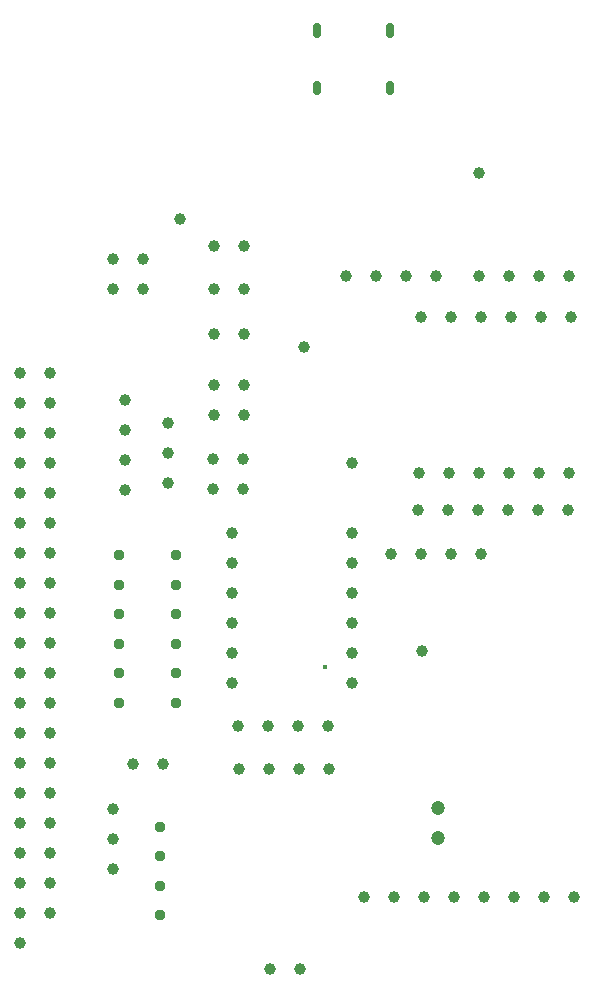
<source format=gbr>
%TF.GenerationSoftware,KiCad,Pcbnew,8.0.2*%
%TF.CreationDate,2024-07-21T18:01:24+02:00*%
%TF.ProjectId,CzlapCzlapTOP,437a6c61-7043-47a6-9c61-70544f502e6b,rev?*%
%TF.SameCoordinates,Original*%
%TF.FileFunction,Plated,1,2,PTH,Mixed*%
%TF.FilePolarity,Positive*%
%FSLAX46Y46*%
G04 Gerber Fmt 4.6, Leading zero omitted, Abs format (unit mm)*
G04 Created by KiCad (PCBNEW 8.0.2) date 2024-07-21 18:01:24*
%MOMM*%
%LPD*%
G01*
G04 APERTURE LIST*
%TA.AperFunction,ViaDrill*%
%ADD10C,0.400000*%
%TD*%
G04 aperture for slot hole*
%TA.AperFunction,ComponentDrill*%
%ADD11C,0.650000*%
%TD*%
%TA.AperFunction,ComponentDrill*%
%ADD12C,0.950000*%
%TD*%
%TA.AperFunction,ViaDrill*%
%ADD13C,1.000000*%
%TD*%
%TA.AperFunction,ComponentDrill*%
%ADD14C,1.000000*%
%TD*%
%TA.AperFunction,ComponentDrill*%
%ADD15C,1.200000*%
%TD*%
G04 APERTURE END LIST*
D10*
X114604800Y-73329800D03*
D11*
%TO.C,J22*%
X113943200Y-19130600D02*
X113943200Y-19680600D01*
X113943200Y-24030600D02*
X113943200Y-24580600D01*
X120143200Y-19130600D02*
X120143200Y-19680600D01*
X120143200Y-24030600D02*
X120143200Y-24580600D01*
D12*
%TO.C,J10*%
X97180400Y-63863200D03*
X97180400Y-66363200D03*
X97180400Y-68863200D03*
X97180400Y-71363200D03*
X97180400Y-73863200D03*
X97180400Y-76363200D03*
%TO.C,J16*%
X100639600Y-86826400D03*
X100639600Y-89326400D03*
X100639600Y-91826400D03*
X100639600Y-94326400D03*
%TO.C,J9*%
X102011200Y-63852400D03*
X102011200Y-66352400D03*
X102011200Y-68852400D03*
X102011200Y-71352400D03*
X102011200Y-73852400D03*
X102011200Y-76352400D03*
%TD*%
D13*
X102362000Y-35356800D03*
X112877600Y-46228000D03*
X116890800Y-56083200D03*
X122809000Y-71983600D03*
X127660400Y-31496000D03*
D14*
%TO.C,U1*%
X88798400Y-48463200D03*
X88798400Y-51003200D03*
X88798400Y-53543200D03*
X88798400Y-56083200D03*
X88798400Y-58623200D03*
X88798400Y-61163200D03*
X88798400Y-63703200D03*
X88798400Y-66243200D03*
X88798400Y-68783200D03*
X88798400Y-71323200D03*
X88798400Y-73863200D03*
X88798400Y-76403200D03*
X88798400Y-78943200D03*
X88798400Y-81483200D03*
X88798400Y-84023200D03*
X88798400Y-86563200D03*
X88798400Y-89103200D03*
X88798400Y-91643200D03*
X88798400Y-94183200D03*
X88798400Y-96723200D03*
X91338400Y-48463200D03*
X91338400Y-51003200D03*
X91338400Y-53543200D03*
X91338400Y-56083200D03*
X91338400Y-58623200D03*
X91338400Y-61163200D03*
X91338400Y-63703200D03*
X91338400Y-66243200D03*
X91338400Y-68783200D03*
X91338400Y-71323200D03*
X91338400Y-73863200D03*
X91338400Y-76403200D03*
X91338400Y-78943200D03*
X91338400Y-81483200D03*
X91338400Y-84023200D03*
X91338400Y-86563200D03*
X91338400Y-89103200D03*
X91338400Y-91643200D03*
X91338400Y-94183200D03*
%TO.C,J5*%
X96672400Y-38760400D03*
X96672400Y-41300400D03*
%TO.C,RST1*%
X96697800Y-85344000D03*
X96697800Y-87884000D03*
X96697800Y-90424000D03*
%TO.C,GPIO_1*%
X97663000Y-50698400D03*
X97663000Y-53238400D03*
X97663000Y-55778400D03*
X97663000Y-58318400D03*
%TO.C,3V3_1*%
X98348800Y-81534000D03*
%TO.C,J5*%
X99212400Y-38760400D03*
X99212400Y-41300400D03*
%TO.C,3V3_1*%
X100888800Y-81534000D03*
%TO.C,RST2*%
X101295200Y-52679600D03*
X101295200Y-55219600D03*
X101295200Y-57759600D03*
%TO.C,J19*%
X105156000Y-55727600D03*
X105156000Y-58267600D03*
%TO.C,J20*%
X105206800Y-49479200D03*
X105206800Y-52019200D03*
%TO.C,5V_1*%
X105211800Y-37639200D03*
%TO.C,5V_2*%
X105211800Y-41351200D03*
%TO.C,5V_3*%
X105216800Y-45086800D03*
%TO.C,U7*%
X106756200Y-61990600D03*
X106756200Y-64530600D03*
X106756200Y-67070600D03*
X106756200Y-69610600D03*
X106756200Y-72150600D03*
X106756200Y-74690600D03*
%TO.C,J14*%
X107289600Y-78282800D03*
%TO.C,J15*%
X107313000Y-81979200D03*
%TO.C,J19*%
X107696000Y-55727600D03*
X107696000Y-58267600D03*
%TO.C,J20*%
X107746800Y-49479200D03*
X107746800Y-52019200D03*
%TO.C,5V_1*%
X107751800Y-37639200D03*
%TO.C,5V_2*%
X107751800Y-41351200D03*
%TO.C,5V_3*%
X107756800Y-45086800D03*
%TO.C,J14*%
X109829600Y-78282800D03*
%TO.C,J15*%
X109853000Y-81979200D03*
%TO.C,M1*%
X109982000Y-98907600D03*
%TO.C,J14*%
X112369600Y-78282800D03*
%TO.C,J15*%
X112393000Y-81979200D03*
%TO.C,M1*%
X112522000Y-98907600D03*
%TO.C,J14*%
X114909600Y-78282800D03*
%TO.C,J15*%
X114933000Y-81979200D03*
%TO.C,J18*%
X116433600Y-40233600D03*
%TO.C,U7*%
X116916200Y-61990600D03*
X116916200Y-64530600D03*
X116916200Y-67070600D03*
X116916200Y-69610600D03*
X116916200Y-72150600D03*
X116916200Y-74690600D03*
%TO.C,J23*%
X117932200Y-92811600D03*
%TO.C,J18*%
X118973600Y-40233600D03*
%TO.C,U2*%
X120167400Y-63778500D03*
%TO.C,J23*%
X120472200Y-92811600D03*
%TO.C,J18*%
X121513600Y-40233600D03*
%TO.C,J12*%
X122529600Y-59994800D03*
%TO.C,U3*%
X122569600Y-56866000D03*
X122707400Y-43713400D03*
%TO.C,U2*%
X122707400Y-63778500D03*
%TO.C,J23*%
X123012200Y-92811600D03*
%TO.C,J18*%
X124053600Y-40233600D03*
%TO.C,J12*%
X125069600Y-59994800D03*
%TO.C,U3*%
X125109600Y-56866000D03*
X125247400Y-43713400D03*
%TO.C,U2*%
X125247400Y-63778500D03*
%TO.C,J23*%
X125552200Y-92811600D03*
%TO.C,J12*%
X127609600Y-59994800D03*
%TO.C,U3*%
X127649600Y-56866000D03*
%TO.C,J17*%
X127660400Y-40233600D03*
%TO.C,U3*%
X127787400Y-43713400D03*
%TO.C,U2*%
X127787400Y-63778500D03*
%TO.C,J23*%
X128092200Y-92811600D03*
%TO.C,J12*%
X130149600Y-59994800D03*
%TO.C,U3*%
X130189600Y-56866000D03*
%TO.C,J17*%
X130200400Y-40233600D03*
%TO.C,U3*%
X130327400Y-43713400D03*
%TO.C,J23*%
X130632200Y-92811600D03*
%TO.C,J12*%
X132689600Y-59994800D03*
%TO.C,U3*%
X132729600Y-56866000D03*
%TO.C,J17*%
X132740400Y-40233600D03*
%TO.C,U3*%
X132867400Y-43713400D03*
%TO.C,J23*%
X133172200Y-92811600D03*
%TO.C,J12*%
X135229600Y-59994800D03*
%TO.C,U3*%
X135269600Y-56866000D03*
%TO.C,J17*%
X135280400Y-40233600D03*
%TO.C,U3*%
X135407400Y-43713400D03*
%TO.C,J23*%
X135712200Y-92811600D03*
D15*
%TO.C,J3*%
X124206000Y-85293200D03*
X124206000Y-87833200D03*
M02*

</source>
